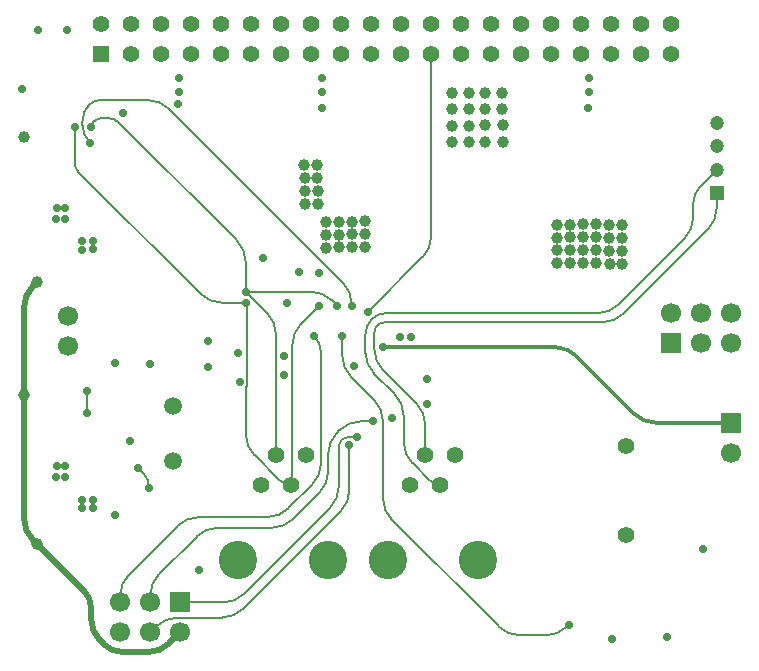
<source format=gbl>
G04 Layer_Physical_Order=4*
G04 Layer_Color=16711680*
%FSLAX43Y43*%
%MOMM*%
G71*
G01*
G75*
%ADD10C,0.300*%
%ADD11C,0.200*%
%ADD12C,0.200*%
%ADD13C,0.500*%
%ADD36C,1.700*%
%ADD37R,1.700X1.700*%
%ADD38C,1.398*%
%ADD39C,3.250*%
%ADD40C,1.400*%
%ADD41R,1.400X1.400*%
%ADD42C,1.200*%
%ADD43R,1.200X1.200*%
%ADD44R,1.700X1.700*%
%ADD45C,1.500*%
%ADD46C,0.700*%
%ADD47C,1.000*%
D10*
X53422Y20741D02*
G03*
X55218Y19997I1796J1796D01*
G01*
X48507Y25656D02*
G03*
X46711Y26400I-1796J-1796D01*
G01*
X55218Y19997D02*
X61600D01*
X32150Y26400D02*
X46711D01*
X48507Y25656D02*
X53422Y20741D01*
D11*
X23326Y15174D02*
G03*
X24350Y14750I1024J1024D01*
G01*
D02*
G03*
X24457Y15008I-258J258D01*
G01*
X25201Y28356D02*
G03*
X24457Y26560I1796J-1796D01*
G01*
X27799Y30356D02*
G03*
X26003Y31100I-1796J-1796D01*
G01*
X8424Y45800D02*
G03*
X7700Y45500I0J-1024D01*
G01*
X9824Y45376D02*
G03*
X8800Y45800I-1024J-1025D01*
G01*
X7497Y45297D02*
G03*
X7400Y45062I235J-235D01*
G01*
X14044Y46556D02*
G03*
X12248Y47300I-1796J-1796D01*
G01*
X29500Y30048D02*
G03*
X28756Y31844I-2540J0D01*
G01*
X23080Y27474D02*
G03*
X22336Y29270I-2540J0D01*
G01*
X20506Y33641D02*
G03*
X19762Y35438I-2540J0D01*
G01*
X16697Y30903D02*
G03*
X18493Y30159I1796J1796D01*
G01*
X20523Y19029D02*
G03*
X21267Y17233I2540J0D01*
G01*
X35487Y33987D02*
G03*
X36231Y35783I-1796J1796D01*
G01*
X30664Y25932D02*
G03*
X31408Y24136I2540J0D01*
G01*
X32439Y29275D02*
G03*
X30664Y27500I0J-1775D01*
G01*
X31408Y26232D02*
G03*
X32144Y24456I2512J0D01*
G01*
X32308Y28500D02*
G03*
X31408Y27600I0J-900D01*
G01*
X45947Y2000D02*
G03*
X47743Y2744I0J2540D01*
G01*
X41930D02*
G03*
X43726Y2000I1796J1796D01*
G01*
X32144Y13582D02*
G03*
X32888Y11786I2540J0D01*
G01*
X28700Y25652D02*
G03*
X29444Y23856I2540J0D01*
G01*
X32144Y20104D02*
G03*
X31400Y21900I-2540J0D01*
G01*
X36072Y15128D02*
G03*
X36985Y14750I913J913D01*
G01*
X33900Y18352D02*
G03*
X34644Y16556I2540J0D01*
G01*
X33900Y20592D02*
G03*
X33156Y22388I-2540J0D01*
G01*
X35715Y19833D02*
G03*
X34971Y21629I-2540J0D01*
G01*
X59036Y40036D02*
G03*
X58400Y38500I1536J-1536D01*
G01*
X57656Y35556D02*
G03*
X58400Y37352I-1796J1796D01*
G01*
X50323Y29275D02*
G03*
X52119Y30019I0J2540D01*
G01*
X59656Y36381D02*
G03*
X60400Y38177I-1796J1796D01*
G01*
X50723Y28500D02*
G03*
X52519Y29244I0J2540D01*
G01*
X10637Y7137D02*
G03*
X9893Y5341I1796J-1796D01*
G01*
X26756Y14056D02*
G03*
X27500Y15852I-1796J1796D01*
G01*
X22748Y11100D02*
G03*
X24544Y11844I0J2540D01*
G01*
X26900Y25901D02*
G03*
X26300Y27350I-2049J0D01*
G01*
X26156Y14756D02*
G03*
X26900Y16552I-1796J1796D01*
G01*
X22348Y12000D02*
G03*
X24144Y12744I0J2540D01*
G01*
X16552Y12000D02*
G03*
X14756Y11256I0J-2540D01*
G01*
X30252Y20100D02*
G03*
X28456Y19356I0J-2540D01*
G01*
X28244Y19144D02*
G03*
X27500Y17348I1796J-1796D01*
G01*
X18152Y11100D02*
G03*
X16356Y10356I0J-2540D01*
G01*
X13177Y7177D02*
G03*
X12433Y5381I1796J-1796D01*
G01*
X29182Y18782D02*
G03*
X28400Y18000I0J-782D01*
G01*
X27656Y12775D02*
G03*
X28400Y14571I-1796J1796D01*
G01*
X18604Y4775D02*
G03*
X20400Y5519I0J2540D01*
G01*
X7075Y20850D02*
G03*
X7100Y20910I-60J60D01*
G01*
X12365Y14435D02*
G03*
X11811Y15772I-1891J0D01*
G01*
X28556Y12494D02*
G03*
X29300Y14290I-1796J1796D01*
G01*
X18510Y3500D02*
G03*
X20306Y4244I0J2540D01*
G01*
X14750Y3500D02*
G03*
X12954Y2756I0J-2540D01*
G01*
X6051Y41964D02*
G03*
X6344Y41256I1001J0D01*
G01*
X6700Y45209D02*
G03*
X7325Y43700I2134J0D01*
G01*
X7275Y46925D02*
G03*
X6700Y45537I1388J-1388D01*
G01*
X8180Y47300D02*
G03*
X7275Y46925I0J-1280D01*
G01*
X25201Y28356D02*
X26745Y29900D01*
X24457Y15008D02*
Y26560D01*
X27799Y30356D02*
X28255Y29900D01*
X20506Y31100D02*
X22336Y29270D01*
X20506Y31100D02*
Y33641D01*
Y31100D02*
X26003D01*
X8424Y45800D02*
X8800D01*
X9824Y45376D02*
X19762Y35438D01*
X9824Y45376D02*
X9824Y45376D01*
X7497Y45297D02*
X7700Y45500D01*
X14044Y46556D02*
X28756Y31844D01*
X29500Y29850D02*
Y30048D01*
X23080Y17290D02*
Y27474D01*
X18493Y30159D02*
X20523D01*
X21267Y17233D02*
X23326Y15174D01*
X30900Y29400D02*
X35487Y33987D01*
X36231Y35783D02*
Y51213D01*
X32439Y29275D02*
X50323D01*
X30664Y25932D02*
Y27500D01*
X32144Y24456D02*
X34971Y21629D01*
X32308Y28500D02*
X50723D01*
X31408Y26232D02*
Y27600D01*
X47743Y2744D02*
X47872Y2873D01*
X43726Y2000D02*
X45947D01*
X28700Y25652D02*
Y27350D01*
X32888Y11786D02*
X41930Y2744D01*
X29444Y23856D02*
X31400Y21900D01*
X32144Y13582D02*
Y20104D01*
X35715Y17290D02*
Y19833D01*
X34644Y16556D02*
X36072Y15128D01*
X33900Y18352D02*
Y20592D01*
X31408Y24136D02*
X33156Y22388D01*
X59036Y40036D02*
X60400Y41400D01*
X58400Y37352D02*
Y38500D01*
X52119Y30019D02*
X57656Y35556D01*
X52519Y29244D02*
X59656Y36381D01*
X60400Y38177D02*
Y39400D01*
X10637Y7137D02*
X14756Y11256D01*
X9893Y4775D02*
Y5341D01*
X27500Y15852D02*
Y17348D01*
X24544Y11844D02*
X26756Y14056D01*
X18152Y11100D02*
X22748D01*
X26900Y16552D02*
Y25901D01*
X24144Y12744D02*
X26156Y14756D01*
X16552Y12000D02*
X22348D01*
X30252Y20100D02*
X31300D01*
X28244Y19144D02*
X28456Y19356D01*
X13177Y7177D02*
X16356Y10356D01*
X12433Y4775D02*
Y5381D01*
X28400Y14571D02*
Y18000D01*
X20400Y5519D02*
X27656Y12775D01*
X14973Y4775D02*
X18604D01*
X29300Y14290D02*
Y18100D01*
X29955Y18866D02*
X30027Y18795D01*
X29182Y18782D02*
X29955D01*
X7100Y20910D02*
Y22675D01*
X11433Y16150D02*
X11811Y15772D01*
X20306Y4244D02*
X28556Y12494D01*
X14750Y3500D02*
X18510D01*
X12433Y2235D02*
X12954Y2756D01*
X6051Y41964D02*
Y45062D01*
X6344Y41256D02*
X16697Y30903D01*
X6700Y45209D02*
Y45537D01*
X8180Y47300D02*
X12248D01*
X20523Y19029D02*
Y23004D01*
X20650Y23131D01*
X20523Y30159D02*
X20650Y30032D01*
Y23131D02*
Y30032D01*
D12*
X9824Y45376D02*
D03*
D13*
X7425Y4375D02*
G03*
X6877Y5698I-1871J0D01*
G01*
X1761Y11866D02*
G03*
X2505Y10070I2540J0D01*
G01*
X7425Y3377D02*
G03*
X8169Y1581I2540J0D01*
G01*
X8525Y1225D02*
G03*
X10094Y575I1569J1569D01*
G01*
X12261D02*
G03*
X14057Y1319I0J2540D01*
G01*
X2505Y31554D02*
G03*
X1761Y29758I1796J-1796D01*
G01*
X2850Y9725D02*
X6877Y5698D01*
X2505Y10070D02*
X2850Y9725D01*
X7425Y3377D02*
Y4375D01*
X8169Y1581D02*
X8525Y1225D01*
X10094Y575D02*
X12261D01*
X14057Y1319D02*
X14973Y2235D01*
X2505Y31554D02*
X2850Y31899D01*
X1761Y22342D02*
Y29758D01*
Y11866D02*
Y22342D01*
D36*
X56560Y29265D02*
D03*
X59100Y29265D02*
D03*
X61640Y29265D02*
D03*
X61640Y26725D02*
D03*
X59100D02*
D03*
X5450Y29025D02*
D03*
Y26525D02*
D03*
X14973Y2235D02*
D03*
X12433Y2235D02*
D03*
X9893Y2235D02*
D03*
X9893Y4775D02*
D03*
X12433D02*
D03*
X61600Y17457D02*
D03*
D37*
X56560Y26725D02*
D03*
X14973Y4775D02*
D03*
D38*
X21810Y14750D02*
D03*
X23080Y17290D02*
D03*
X24350Y14750D02*
D03*
X25620Y17290D02*
D03*
X38255D02*
D03*
X36985Y14750D02*
D03*
X35715Y17290D02*
D03*
X34445Y14750D02*
D03*
D39*
X27525Y8400D02*
D03*
X19905D02*
D03*
X32540Y8400D02*
D03*
X40160Y8400D02*
D03*
D40*
X18451Y53753D02*
D03*
X20991D02*
D03*
X36231D02*
D03*
X33691D02*
D03*
X26071D02*
D03*
X23531D02*
D03*
X28611D02*
D03*
X31151D02*
D03*
X41311D02*
D03*
X38771D02*
D03*
X43851D02*
D03*
X46391D02*
D03*
X8291D02*
D03*
X10831D02*
D03*
X13371D02*
D03*
X15911D02*
D03*
X46391Y51213D02*
D03*
X43851D02*
D03*
X38771D02*
D03*
X41311D02*
D03*
X31151D02*
D03*
X28611D02*
D03*
X23531D02*
D03*
X26071D02*
D03*
X33691D02*
D03*
X36231D02*
D03*
X20991D02*
D03*
X13371D02*
D03*
X10831D02*
D03*
X15911D02*
D03*
X18451D02*
D03*
X51471D02*
D03*
X48931D02*
D03*
X54011D02*
D03*
X56551D02*
D03*
Y53753D02*
D03*
X54011D02*
D03*
X48931D02*
D03*
X51471D02*
D03*
X52750Y10450D02*
D03*
Y18050D02*
D03*
D41*
X8291Y51213D02*
D03*
D42*
X60400Y41400D02*
D03*
X60400Y43400D02*
D03*
X60400Y45400D02*
D03*
D43*
Y39400D02*
D03*
D44*
X61600Y19997D02*
D03*
D45*
X14325Y21391D02*
D03*
Y16741D02*
D03*
D46*
X28255Y29900D02*
D03*
X26745D02*
D03*
X20506Y31100D02*
D03*
X29500Y29850D02*
D03*
X7400Y45062D02*
D03*
X20523Y30159D02*
D03*
X23980Y30159D02*
D03*
X30900Y29400D02*
D03*
X28700Y27350D02*
D03*
X47872Y2873D02*
D03*
X32150Y26400D02*
D03*
X26300Y27350D02*
D03*
X31300Y20100D02*
D03*
X29300Y18100D02*
D03*
X29955Y18782D02*
D03*
X23750Y25600D02*
D03*
Y24000D02*
D03*
X17342Y26908D02*
D03*
Y24708D02*
D03*
X34517Y27230D02*
D03*
X9450Y25025D02*
D03*
X12450Y25000D02*
D03*
X10125Y46225D02*
D03*
X35900Y23700D02*
D03*
X35908Y21618D02*
D03*
X51545Y1700D02*
D03*
X56200Y1870D02*
D03*
X59200Y9300D02*
D03*
X29650Y24800D02*
D03*
X14850Y47980D02*
D03*
X14825Y46975D02*
D03*
X14850Y49175D02*
D03*
X33603Y27255D02*
D03*
X49550Y47980D02*
D03*
X49525Y46675D02*
D03*
X49550Y49175D02*
D03*
X26975Y47980D02*
D03*
X26950Y46675D02*
D03*
X26975Y49175D02*
D03*
X2895Y53234D02*
D03*
X5370D02*
D03*
X1600Y48283D02*
D03*
X32947Y20363D02*
D03*
X16605Y7500D02*
D03*
X25055Y32792D02*
D03*
X26745Y32702D02*
D03*
X6662Y13479D02*
D03*
X7575Y13491D02*
D03*
X7575Y12779D02*
D03*
X6662Y12766D02*
D03*
Y34651D02*
D03*
X7575Y34663D02*
D03*
X7575Y35375D02*
D03*
X6662Y35363D02*
D03*
X5213Y37262D02*
D03*
X5225Y38175D02*
D03*
X4513Y38175D02*
D03*
X4501Y37262D02*
D03*
X4501Y15378D02*
D03*
X4513Y16291D02*
D03*
X5225Y16291D02*
D03*
X5213Y15378D02*
D03*
X7075Y20850D02*
D03*
X7100Y22675D02*
D03*
X10757Y18409D02*
D03*
X12365Y14435D02*
D03*
X11433Y16150D02*
D03*
X9458Y12163D02*
D03*
X6051Y45062D02*
D03*
X7325Y43700D02*
D03*
X20000Y23400D02*
D03*
X22019Y33943D02*
D03*
X19900Y25863D02*
D03*
D47*
X51325Y33449D02*
D03*
X52409Y33449D02*
D03*
X46865Y36746D02*
D03*
Y35662D02*
D03*
Y34577D02*
D03*
Y33492D02*
D03*
X47970Y33509D02*
D03*
Y34593D02*
D03*
Y35678D02*
D03*
Y36762D02*
D03*
X52393Y34554D02*
D03*
X51308Y34554D02*
D03*
X51292Y35659D02*
D03*
X52377Y35659D02*
D03*
X49075Y36779D02*
D03*
Y35694D02*
D03*
Y34610D02*
D03*
Y33525D02*
D03*
X51276Y36764D02*
D03*
X52360Y36764D02*
D03*
X50180Y36795D02*
D03*
Y35710D02*
D03*
Y34626D02*
D03*
Y33541D02*
D03*
X42314Y45180D02*
D03*
X40810Y43779D02*
D03*
Y46548D02*
D03*
Y47933D02*
D03*
X39405Y47916D02*
D03*
Y46532D02*
D03*
X38000Y43746D02*
D03*
Y45131D02*
D03*
Y46515D02*
D03*
Y47900D02*
D03*
X42214Y47949D02*
D03*
Y46564D02*
D03*
X40810Y45163D02*
D03*
X39405Y45147D02*
D03*
Y43763D02*
D03*
X42314Y43795D02*
D03*
X30664Y35948D02*
D03*
Y37033D02*
D03*
X29560Y35932D02*
D03*
Y37016D02*
D03*
X28455Y37000D02*
D03*
Y35915D02*
D03*
X27350Y35899D02*
D03*
Y36984D02*
D03*
X26577Y41814D02*
D03*
X25493Y41814D02*
D03*
X26594Y40710D02*
D03*
X25509Y40710D02*
D03*
X25525Y39605D02*
D03*
X26610Y39605D02*
D03*
X26626Y38500D02*
D03*
X25542Y38500D02*
D03*
X30664Y34863D02*
D03*
X29560Y34847D02*
D03*
X28455Y34831D02*
D03*
X27350Y34815D02*
D03*
X1761Y22342D02*
D03*
X2850Y9725D02*
D03*
X2850Y31899D02*
D03*
X1761Y44175D02*
D03*
M02*

</source>
